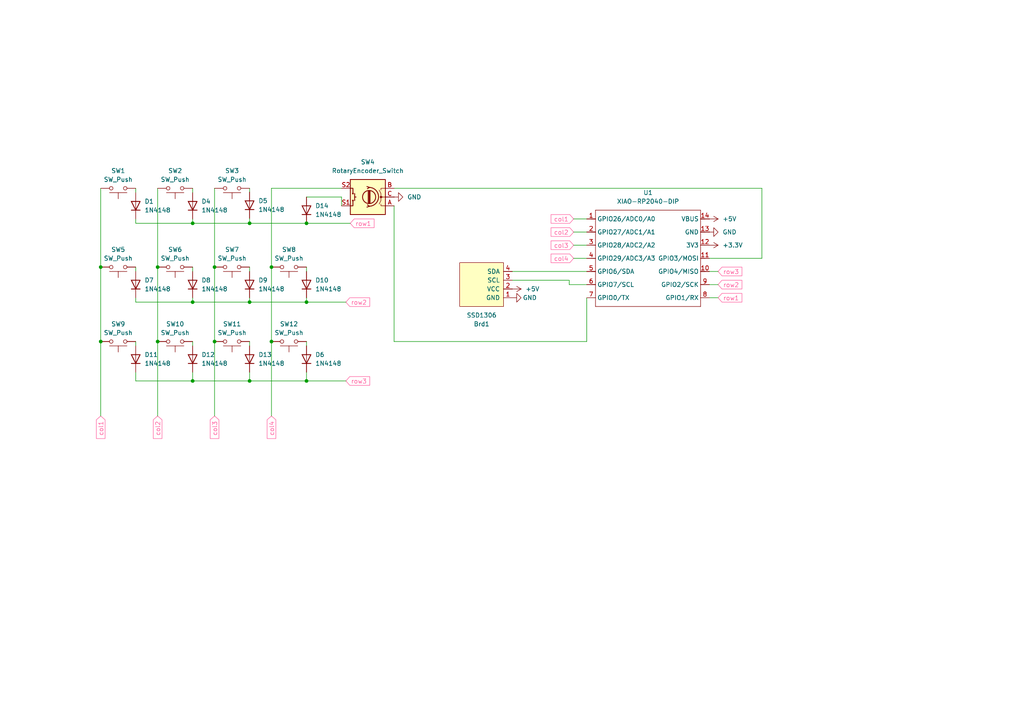
<source format=kicad_sch>
(kicad_sch (version 20231120) (generator "eeschema") (generator_version "8.0")
  (paper "A4")
  (title_block (title "Daamin's ShrekPad"))
  (lib_symbols
    (symbol "+3.3V_1" (power) (pin_numbers hide) (pin_names (offset 0) hide)
      (property "Value" "+3.3V" (at 0 3.556 0))
      (symbol "+3.3V_1_0_1"
        (polyline (pts (xy -0.762 1.27) (xy 0 2.54)))
        (polyline (pts (xy 0 0) (xy 0 2.54)))
        (polyline (pts (xy 0 2.54) (xy 0.762 1.27)))
      )
      (symbol "+3.3V_1_1_1"
        (pin power_in line (at 0 0 90) (length 0) (name "~") (number "1"))
      )
    )
    (symbol "+5V_1" (power) (pin_numbers hide) (pin_names (offset 0) hide)
      (property "Value" "+5V" (at 0 3.556 0))
      (symbol "+5V_1_0_1"
        (polyline (pts (xy -0.762 1.27) (xy 0 2.54)))
        (polyline (pts (xy 0 0) (xy 0 2.54)))
        (polyline (pts (xy 0 2.54) (xy 0.762 1.27)))
      )
      (symbol "+5V_1_1_1"
        (pin power_in line (at 0 0 90) (length 0) (name "~") (number "1"))
      )
    )
    (symbol "Device:RotaryEncoder_Switch" (pin_names (offset 0.254) hide)
      (property "Reference" "SW" (at 0 6.604 0))
      (property "Value" "RotaryEncoder_Switch" (at 0 -6.604 0))
      (symbol "RotaryEncoder_Switch_0_1"
        (rectangle (start -5.08 5.08) (end 5.08 -5.08) (stroke (width 0.254)) (fill (type background)))
        (circle (center -3.81 0) (radius 0.254) (fill (type outline)))
        (circle (center -0.381 0) (radius 1.905) (stroke (width 0.254)))
        (arc (start -0.381 2.667) (mid -3.0988 -0.0635) (end -0.381 -2.794) (stroke (width 0.254)))
        (polyline (pts (xy -0.635 -1.778) (xy -0.635 1.778)) (stroke (width 0.254)))
        (polyline (pts (xy -0.381 -1.778) (xy -0.381 1.778)) (stroke (width 0.254)))
        (polyline (pts (xy -0.127 1.778) (xy -0.127 -1.778)) (stroke (width 0.254)))
        (polyline (pts (xy 3.81 0) (xy 3.429 0)) (stroke (width 0.254)))
        (polyline (pts (xy 3.81 1.016) (xy 3.81 -1.016)) (stroke (width 0.254)))
        (polyline (pts (xy -5.08 -2.54) (xy -3.81 -2.54) (xy -3.81 -2.032)))
        (polyline (pts (xy -5.08 2.54) (xy -3.81 2.54) (xy -3.81 2.032)))
        (polyline (pts (xy 0.254 -3.048) (xy -0.508 -2.794) (xy 0.127 -2.413)) (stroke (width 0.254)))
        (polyline (pts (xy 0.254 2.921) (xy -0.508 2.667) (xy 0.127 2.286)) (stroke (width 0.254)))
        (polyline (pts (xy 5.08 -2.54) (xy 4.318 -2.54) (xy 4.318 -1.016)) (stroke (width 0.254)))
        (polyline (pts (xy 5.08 2.54) (xy 4.318 2.54) (xy 4.318 1.016)) (stroke (width 0.254)))
        (polyline (pts (xy -5.08 0) (xy -3.81 0) (xy -3.81 -1.016) (xy -3.302 -2.032)))
        (polyline (pts (xy -4.318 0) (xy -3.81 0) (xy -3.81 1.016) (xy -3.302 2.032)))
        (circle (center 4.318 -1.016) (radius 0.127) (stroke (width 0.254)))
        (circle (center 4.318 1.016) (radius 0.127) (stroke (width 0.254)))
      )
      (symbol "RotaryEncoder_Switch_1_1"
        (pin passive line (at -7.62 2.54 0) (length 2.54) (name "A") (number "A"))
        (pin passive line (at -7.62 -2.54 0) (length 2.54) (name "B") (number "B"))
        (pin passive line (at -7.62 0 0) (length 2.54) (name "C") (number "C"))
        (pin passive line (at 7.62 2.54 180) (length 2.54) (name "S1") (number "S1"))
        (pin passive line (at 7.62 -2.54 180) (length 2.54) (name "S2") (number "S2"))
      )
    )
    (symbol "Diode:1N4148" (pin_numbers hide) (pin_names hide)
      (property "Reference" "D" (at 0 2.54 0))
      (property "Value" "1N4148" (at 0 -2.54 0))
      (symbol "1N4148_0_1"
        (polyline (pts (xy -1.27 1.27) (xy -1.27 -1.27)) (stroke (width 0.254)))
        (polyline (pts (xy 1.27 0) (xy -1.27 0)))
        (polyline (pts (xy 1.27 1.27) (xy 1.27 -1.27) (xy -1.27 0) (xy 1.27 1.27)) (stroke (width 0.254)))
      )
      (symbol "1N4148_1_1"
        (pin passive line (at -3.81 0 0) (length 2.54) (name "K") (number "1"))
        (pin passive line (at 3.81 0 180) (length 2.54) (name "A") (number "2"))
      )
    )
    (symbol "Switch:SW_Push" (pin_numbers hide) (pin_names (offset 1.016) hide)
      (property "Reference" "SW" (at 1.27 2.54 0))
      (property "Value" "SW_Push" (at 0 -1.524 0))
      (symbol "SW_Push_0_1"
        (circle (center -2.032 0) (radius 0.508))
        (polyline (pts (xy 0 1.27) (xy 0 3.048)))
        (polyline (pts (xy 2.54 1.27) (xy -2.54 1.27)))
        (circle (center 2.032 0) (radius 0.508))
        (pin passive line (at -5.08 0 0) (length 2.54) (name "1") (number "1"))
        (pin passive line (at 5.08 0 180) (length 2.54) (name "2") (number "2"))
      )
    )
    (symbol "opl:XIAO-RP2040-DIP"
      (property "Reference" "U" (at 0 0 0))
      (property "Value" "XIAO-RP2040-DIP" (at 5.334 -1.778 0))
      (symbol "XIAO-RP2040-DIP_1_0"
        (polyline (pts (xy -1.27 -30.48) (xy -1.27 -16.51)) (stroke (width 0.1524)))
        (polyline (pts (xy -1.27 -27.94) (xy -2.54 -27.94)) (stroke (width 0.1524)))
        (polyline (pts (xy -1.27 -24.13) (xy -2.54 -24.13)) (stroke (width 0.1524)))
        (polyline (pts (xy -1.27 -20.32) (xy -2.54 -20.32)) (stroke (width 0.1524)))
        (polyline (pts (xy -1.27 -16.51) (xy -2.54 -16.51)) (stroke (width 0.1524)))
        (polyline (pts (xy -1.27 -16.51) (xy -1.27 -12.7)) (stroke (width 0.1524)))
        (polyline (pts (xy -1.27 -12.7) (xy -2.54 -12.7)) (stroke (width 0.1524)))
        (polyline (pts (xy -1.27 -12.7) (xy -1.27 -8.89)) (stroke (width 0.1524)))
        (polyline (pts (xy -1.27 -8.89) (xy -2.54 -8.89)) (stroke (width 0.1524)))
        (polyline (pts (xy -1.27 -8.89) (xy -1.27 -5.08)) (stroke (width 0.1524)))
        (polyline (pts (xy -1.27 -5.08) (xy -2.54 -5.08)) (stroke (width 0.1524)))
        (polyline (pts (xy -1.27 -5.08) (xy -1.27 -2.54)) (stroke (width 0.1524)))
        (polyline (pts (xy -1.27 -2.54) (xy 29.21 -2.54)) (stroke (width 0.1524)))
        (polyline (pts (xy 29.21 -30.48) (xy -1.27 -30.48)) (stroke (width 0.1524)))
        (polyline (pts (xy 29.21 -12.7) (xy 29.21 -30.48)) (stroke (width 0.1524)))
        (polyline (pts (xy 29.21 -8.89) (xy 29.21 -12.7)) (stroke (width 0.1524)))
        (polyline (pts (xy 29.21 -5.08) (xy 29.21 -8.89)) (stroke (width 0.1524)))
        (polyline (pts (xy 29.21 -2.54) (xy 29.21 -5.08)) (stroke (width 0.1524)))
        (polyline (pts (xy 30.48 -27.94) (xy 29.21 -27.94)) (stroke (width 0.1524)))
        (polyline (pts (xy 30.48 -24.13) (xy 29.21 -24.13)) (stroke (width 0.1524)))
        (polyline (pts (xy 30.48 -20.32) (xy 29.21 -20.32)) (stroke (width 0.1524)))
        (polyline (pts (xy 30.48 -16.51) (xy 29.21 -16.51)) (stroke (width 0.1524)))
        (polyline (pts (xy 30.48 -12.7) (xy 29.21 -12.7)) (stroke (width 0.1524)))
        (polyline (pts (xy 30.48 -8.89) (xy 29.21 -8.89)) (stroke (width 0.1524)))
        (polyline (pts (xy 30.48 -5.08) (xy 29.21 -5.08)) (stroke (width 0.1524)))
        (pin passive line (at -3.81 -5.08 0) (length 2.54) (name "GPIO26/ADC0/A0") (number "1"))
        (pin passive line (at 31.75 -20.32 180) (length 2.54) (name "GPIO4/MISO") (number "10"))
        (pin passive line (at 31.75 -16.51 180) (length 2.54) (name "GPIO3/MOSI") (number "11"))
        (pin passive line (at 31.75 -12.7 180) (length 2.54) (name "3V3") (number "12"))
        (pin passive line (at 31.75 -8.89 180) (length 2.54) (name "GND") (number "13"))
        (pin passive line (at 31.75 -5.08 180) (length 2.54) (name "VBUS") (number "14"))
        (pin passive line (at -3.81 -8.89 0) (length 2.54) (name "GPIO27/ADC1/A1") (number "2"))
        (pin passive line (at -3.81 -12.7 0) (length 2.54) (name "GPIO28/ADC2/A2") (number "3"))
        (pin passive line (at -3.81 -16.51 0) (length 2.54) (name "GPIO29/ADC3/A3") (number "4"))
        (pin passive line (at -3.81 -20.32 0) (length 2.54) (name "GPIO6/SDA") (number "5"))
        (pin passive line (at -3.81 -24.13 0) (length 2.54) (name "GPIO7/SCL") (number "6"))
        (pin passive line (at -3.81 -27.94 0) (length 2.54) (name "GPIO0/TX") (number "7"))
        (pin passive line (at 31.75 -27.94 180) (length 2.54) (name "GPIO1/RX") (number "8"))
        (pin passive line (at 31.75 -24.13 180) (length 2.54) (name "GPIO2/SCK") (number "9"))
      )
    )
    (symbol "power:+5V" (power) (pin_names (offset 0))
      (property "Value" "+5V" (at 0 3.556 0))
      (symbol "+5V_0_1"
        (polyline (pts (xy -0.762 1.27) (xy 0 2.54)))
        (polyline (pts (xy 0 0) (xy 0 2.54)))
        (polyline (pts (xy 0 2.54) (xy 0.762 1.27)))
      )
      (symbol "+5V_1_1"
        (pin power_in line (at 0 0 90) (length 0) hide (name "+5V") (number "1"))
      )
    )
    (symbol "power:GND" (power) (pin_numbers hide) (pin_names (offset 0) hide)
      (property "Value" "GND" (at 0 -3.81 0))
      (symbol "GND_0_1"
        (polyline (pts (xy 0 0) (xy 0 -1.27) (xy 1.27 -1.27) (xy 0 -2.54) (xy -1.27 -1.27) (xy 0 -1.27)))
      )
      (symbol "GND_1_1"
        (pin power_in line (at 0 0 270) (length 0) (name "~") (number "1"))
      )
    )
    (symbol "screen:SSD1306" (pin_names (offset 1.016))
      (property "Reference" "Brd" (at 0 -3.81 0))
      (property "Value" "SSD1306" (at 0 -1.27 0))
      (symbol "SSD1306_0_1"
        (rectangle (start -6.35 6.35) (end 6.35 -6.35) (fill (type background)))
      )
      (symbol "SSD1306_1_1"
        (pin input line (at -3.81 8.89 270) (length 2.54) (name "GND") (number "1"))
        (pin input line (at -1.27 8.89 270) (length 2.54) (name "VCC") (number "2"))
        (pin input line (at 1.27 8.89 270) (length 2.54) (name "SCL") (number "3"))
        (pin input line (at 3.81 8.89 270) (length 2.54) (name "SDA") (number "4"))
      )
    )
  )
  (junction (at 45.72 99.06))
  (junction (at 72.39 87.63))
  (junction (at 78.74 99.06))
  (junction (at 88.9 64.77))
  (junction (at 55.88 64.77))
  (junction (at 45.72 77.47))
  (junction (at 88.9 87.63))
  (junction (at 29.21 77.47))
  (junction (at 88.9 110.49))
  (junction (at 72.39 64.77))
  (junction (at 29.21 99.06))
  (junction (at 62.23 77.47))
  (junction (at 62.23 99.06))
  (junction (at 72.39 110.49))
  (junction (at 55.88 110.49))
  (junction (at 55.88 87.63))
  (junction (at 78.74 77.47))
  (wire (pts (xy 166.37 63.5) (xy 170.18 63.5)))
  (wire (pts (xy 99.06 57.15) (xy 99.06 59.69)))
  (wire (pts (xy 39.37 64.77) (xy 55.88 64.77)))
  (wire (pts (xy 72.39 87.63) (xy 88.9 87.63)))
  (wire (pts (xy 62.23 54.61) (xy 62.23 77.47)))
  (wire (pts (xy 88.9 64.77) (xy 101.6 64.77)))
  (wire (pts (xy 39.37 63.5) (xy 39.37 64.77)))
  (wire (pts (xy 72.39 107.95) (xy 72.39 110.49)))
  (wire (pts (xy 72.39 110.49) (xy 88.9 110.49)))
  (wire (pts (xy 55.88 86.36) (xy 55.88 87.63)))
  (wire (pts (xy 55.88 77.47) (xy 55.88 78.74)))
  (wire (pts (xy 78.74 99.06) (xy 78.74 120.65)))
  (wire (pts (xy 78.74 54.61) (xy 99.06 54.61)))
  (wire (pts (xy 88.9 77.47) (xy 88.9 78.74)))
  (wire (pts (xy 39.37 77.47) (xy 39.37 78.74)))
  (wire (pts (xy 72.39 86.36) (xy 72.39 87.63)))
  (wire (pts (xy 39.37 107.95) (xy 39.37 110.49)))
  (wire (pts (xy 29.21 54.61) (xy 29.21 77.47)))
  (wire (pts (xy 72.39 55.7083) (xy 72.39 54.61)))
  (wire (pts (xy 166.37 74.93) (xy 170.18 74.93)))
  (wire (pts (xy 208.28 82.55) (xy 205.74 82.55)))
  (wire (pts (xy 220.98 54.61) (xy 220.98 74.93)))
  (wire (pts (xy 55.88 110.49) (xy 72.39 110.49)))
  (wire (pts (xy 72.39 99.06) (xy 72.39 100.33)))
  (wire (pts (xy 78.74 54.61) (xy 78.74 77.47)))
  (wire (pts (xy 39.37 54.61) (xy 39.37 55.88)))
  (wire (pts (xy 88.9 100.33) (xy 88.9 99.06)))
  (wire (pts (xy 114.3 99.06) (xy 114.3 59.69)))
  (wire (pts (xy 62.23 77.47) (xy 62.23 99.06)))
  (wire (pts (xy 55.88 64.77) (xy 55.88 63.5)))
  (wire (pts (xy 62.23 99.06) (xy 62.23 120.65)))
  (wire (pts (xy 45.72 77.47) (xy 45.72 99.06)))
  (wire (pts (xy 170.18 82.55) (xy 165.1 82.55)))
  (wire (pts (xy 205.74 86.36) (xy 208.28 86.36)))
  (wire (pts (xy 88.9 110.49) (xy 100.33 110.49)))
  (wire (pts (xy 208.28 78.74) (xy 205.74 78.74)))
  (wire (pts (xy 72.39 77.47) (xy 72.39 78.74)))
  (wire (pts (xy 170.18 99.06) (xy 114.3 99.06)))
  (wire (pts (xy 78.74 77.47) (xy 78.74 99.06)))
  (wire (pts (xy 148.59 78.74) (xy 170.18 78.74)))
  (wire (pts (xy 166.37 71.12) (xy 170.18 71.12)))
  (wire (pts (xy 55.88 87.63) (xy 72.39 87.63)))
  (wire (pts (xy 220.98 74.93) (xy 205.74 74.93)))
  (wire (pts (xy 170.18 99.06) (xy 170.18 86.36)))
  (wire (pts (xy 55.88 99.06) (xy 55.88 100.33)))
  (wire (pts (xy 72.39 64.77) (xy 88.9 64.77)))
  (wire (pts (xy 88.9 87.63) (xy 100.33 87.63)))
  (wire (pts (xy 39.37 99.06) (xy 39.37 100.33)))
  (wire (pts (xy 45.72 99.06) (xy 45.72 120.65)))
  (wire (pts (xy 39.37 87.63) (xy 55.88 87.63)))
  (wire (pts (xy 165.1 82.55) (xy 165.1 81.28)))
  (wire (pts (xy 55.88 64.77) (xy 72.39 64.77)))
  (wire (pts (xy 88.9 107.95) (xy 88.9 110.49)))
  (wire (pts (xy 39.37 110.49) (xy 55.88 110.49)))
  (wire (pts (xy 166.37 67.31) (xy 170.18 67.31)))
  (wire (pts (xy 55.88 107.95) (xy 55.88 110.49)))
  (wire (pts (xy 88.9 86.36) (xy 88.9 87.63)))
  (wire (pts (xy 72.39 64.77) (xy 72.39 63.3283)))
  (wire (pts (xy 29.21 77.47) (xy 29.21 99.06)))
  (wire (pts (xy 55.88 55.88) (xy 55.88 54.61)))
  (wire (pts (xy 88.9 57.15) (xy 99.06 57.15)))
  (wire (pts (xy 45.72 54.61) (xy 45.72 77.47)))
  (wire (pts (xy 29.21 99.06) (xy 29.21 120.65)))
  (wire (pts (xy 39.37 86.36) (xy 39.37 87.63)))
  (wire (pts (xy 148.59 81.28) (xy 165.1 81.28)))
  (wire (pts (xy 220.98 54.61) (xy 114.3 54.61)))
  (global_label "col3" (shape input) (at 166.37 71.12 180) (property "Intersheetrefs" "${INTERSHEET_REFS}" (effects (hide yes))))
  (global_label "col2" (shape input) (at 166.37 67.31 180) (property "Intersheetrefs" "${INTERSHEET_REFS}" (effects (hide yes))))
  (global_label "row2" (shape input) (at 208.28 82.55 0) (property "Intersheetrefs" "${INTERSHEET_REFS}" (effects (hide yes))))
  (global_label "col1" (shape input) (at 29.21 120.65 270) (property "Intersheetrefs" "${INTERSHEET_REFS}" (effects (hide yes))))
  (global_label "row1" (shape input) (at 208.28 86.36 0) (property "Intersheetrefs" "${INTERSHEET_REFS}" (effects (hide yes))))
  (global_label "col4" (shape input) (at 78.74 120.65 270) (property "Intersheetrefs" "${INTERSHEET_REFS}" (effects (hide yes))))
  (global_label "col3" (shape input) (at 62.23 120.65 270) (property "Intersheetrefs" "${INTERSHEET_REFS}" (effects (hide yes))))
  (global_label "row3" (shape input) (at 100.33 110.49 0) (property "Intersheetrefs" "${INTERSHEET_REFS}" (effects (hide yes))))
  (global_label "col2" (shape input) (at 45.72 120.65 270) (property "Intersheetrefs" "${INTERSHEET_REFS}" (effects (hide yes))))
  (global_label "col4" (shape input) (at 166.37 74.93 180) (property "Intersheetrefs" "${INTERSHEET_REFS}" (effects (hide yes))))
  (global_label "row3" (shape input) (at 208.28 78.74 0) (property "Intersheetrefs" "${INTERSHEET_REFS}" (effects (hide yes))))
  (global_label "row1" (shape input) (at 101.6 64.77 0) (property "Intersheetrefs" "${INTERSHEET_REFS}" (effects (hide yes))))
  (global_label "col1" (shape input) (at 166.37 63.5 180) (property "Intersheetrefs" "${INTERSHEET_REFS}" (effects (hide yes))))
  (global_label "row2" (shape input) (at 100.33 87.63 0) (property "Intersheetrefs" "${INTERSHEET_REFS}" (effects (hide yes))))
  (symbol (lib_id "Device:RotaryEncoder_Switch") (at 106.68 57.15 180) (unit 1)
    (property "Reference" "SW4" (at 106.68 46.99 0))
    (property "Value" "RotaryEncoder_Switch" (at 106.68 49.53 0))
    (property "Footprint" "Rotary_Encoder:RotaryEncoder_Alps_EC11E-Switch_Vertical_H20mm_CircularMountingHoles" (effects (hide yes)))
    (property "Description" "Rotary encoder, dual channel, incremental quadrate outputs, with switch" (effects (hide yes)))
  )
  (symbol (lib_id "Switch:SW_Push") (at 50.8 54.61 0) (mirror x) (unit 1)
    (property "Reference" "SW2" (at 50.8 49.53 0))
    (property "Value" "SW_Push" (at 50.8 52.07 0))
    (property "Footprint" "Button_Switch_Keyboard:SW_Cherry_MX_1.00u_PCB" (effects (hide yes)))
    (property "Description" "Push button switch, generic, two pins" (effects (hide yes)))
  )
  (symbol (lib_id "Switch:SW_Push") (at 67.31 99.06 0) (mirror x) (unit 1)
    (property "Reference" "SW11" (at 67.31 93.98 0))
    (property "Value" "SW_Push" (at 67.31 96.52 0))
    (property "Footprint" "Button_Switch_Keyboard:SW_Cherry_MX_1.00u_PCB" (effects (hide yes)))
    (property "Description" "Push button switch, generic, two pins" (effects (hide yes)))
  )
  (symbol (lib_id "Diode:1N4148") (at 88.9 104.14 90) (unit 1)
    (property "Reference" "D6" (at 91.44 102.8699 90) (effects (justify right)))
    (property "Value" "1N4148" (at 91.44 105.4099 90) (effects (justify right)))
    (property "Footprint" "Diode_THT:D_DO-35_SOD27_P7.62mm_Horizontal" (effects (hide yes)))
    (property "Datasheet" "https://assets.nexperia.com/documents/data-sheet/1N4148_1N4448.pdf" (effects (hide yes)))
    (property "Description" "100V 0.15A standard switching diode, DO-35" (effects (hide yes)))
    (property "Sim.Device" "D" (effects (hide yes)))
    (property "Sim.Pins" "1=K 2=A" (effects (hide yes)))
  )
  (symbol (lib_id "Diode:1N4148") (at 55.88 104.14 90) (unit 1)
    (property "Reference" "D12" (at 58.42 102.8699 90) (effects (justify right)))
    (property "Value" "1N4148" (at 58.42 105.4099 90) (effects (justify right)))
    (property "Footprint" "Diode_THT:D_DO-35_SOD27_P7.62mm_Horizontal" (effects (hide yes)))
    (property "Datasheet" "https://assets.nexperia.com/documents/data-sheet/1N4148_1N4448.pdf" (effects (hide yes)))
    (property "Description" "100V 0.15A standard switching diode, DO-35" (effects (hide yes)))
    (property "Sim.Device" "D" (effects (hide yes)))
    (property "Sim.Pins" "1=K 2=A" (effects (hide yes)))
  )
  (symbol (lib_id "Switch:SW_Push") (at 50.8 77.47 0) (mirror x) (unit 1)
    (property "Reference" "SW6" (at 50.8 72.39 0))
    (property "Value" "SW_Push" (at 50.8 74.93 0))
    (property "Footprint" "Button_Switch_Keyboard:SW_Cherry_MX_1.00u_PCB" (effects (hide yes)))
    (property "Description" "Push button switch, generic, two pins" (effects (hide yes)))
  )
  (symbol (lib_id "Diode:1N4148") (at 39.37 104.14 90) (unit 1)
    (property "Reference" "D11" (at 41.91 102.8699 90) (effects (justify right)))
    (property "Value" "1N4148" (at 41.91 105.4099 90) (effects (justify right)))
    (property "Footprint" "Diode_THT:D_DO-35_SOD27_P7.62mm_Horizontal" (effects (hide yes)))
    (property "Datasheet" "https://assets.nexperia.com/documents/data-sheet/1N4148_1N4448.pdf" (effects (hide yes)))
    (property "Description" "100V 0.15A standard switching diode, DO-35" (effects (hide yes)))
    (property "Sim.Device" "D" (effects (hide yes)))
    (property "Sim.Pins" "1=K 2=A" (effects (hide yes)))
  )
  (symbol (lib_id "Switch:SW_Push") (at 34.29 54.61 0) (mirror x) (unit 1)
    (property "Reference" "SW1" (at 34.29 49.53 0))
    (property "Value" "SW_Push" (at 34.29 52.07 0))
    (property "Footprint" "Button_Switch_Keyboard:SW_Cherry_MX_1.00u_PCB" (effects (hide yes)))
    (property "Description" "Push button switch, generic, two pins" (effects (hide yes)))
  )
  (symbol (lib_id "Switch:SW_Push") (at 50.8 99.06 0) (mirror x) (unit 1)
    (property "Reference" "SW10" (at 50.8 93.98 0))
    (property "Value" "SW_Push" (at 50.8 96.52 0))
    (property "Footprint" "Button_Switch_Keyboard:SW_Cherry_MX_1.00u_PCB" (effects (hide yes)))
    (property "Description" "Push button switch, generic, two pins" (effects (hide yes)))
  )
  (symbol (lib_id "Diode:1N4148") (at 72.39 59.5183 90) (unit 1)
    (property "Reference" "D5" (at 74.93 58.2482 90) (effects (justify right)))
    (property "Value" "1N4148" (at 74.93 60.7882 90) (effects (justify right)))
    (property "Footprint" "Diode_THT:D_DO-35_SOD27_P7.62mm_Horizontal" (effects (hide yes)))
    (property "Datasheet" "https://assets.nexperia.com/documents/data-sheet/1N4148_1N4448.pdf" (effects (hide yes)))
    (property "Description" "100V 0.15A standard switching diode, DO-35" (effects (hide yes)))
    (property "Sim.Device" "D" (effects (hide yes)))
    (property "Sim.Pins" "1=K 2=A" (effects (hide yes)))
  )
  (symbol (lib_id "Diode:1N4148") (at 55.88 82.55 90) (unit 1)
    (property "Reference" "D8" (at 58.42 81.2799 90) (effects (justify right)))
    (property "Value" "1N4148" (at 58.42 83.8199 90) (effects (justify right)))
    (property "Footprint" "Diode_THT:D_DO-35_SOD27_P7.62mm_Horizontal" (effects (hide yes)))
    (property "Datasheet" "https://assets.nexperia.com/documents/data-sheet/1N4148_1N4448.pdf" (effects (hide yes)))
    (property "Description" "100V 0.15A standard switching diode, DO-35" (effects (hide yes)))
    (property "Sim.Device" "D" (effects (hide yes)))
    (property "Sim.Pins" "1=K 2=A" (effects (hide yes)))
  )
  (symbol (lib_name "+3.3V_1") (lib_id "power:+3.3V") (at 205.74 71.12 270) (unit 1)
    (property "Reference" "#PWR09" (effects (hide yes)))
    (property "Value" "+3.3V" (at 209.55 71.1199 90) (effects (justify left)))
    (property "Description" "Power symbol creates a global label with name \"+3.3V\"" (effects (hide yes)))
  )
  (symbol (lib_id "Diode:1N4148") (at 88.9 82.55 90) (unit 1)
    (property "Reference" "D10" (at 91.44 81.2799 90) (effects (justify right)))
    (property "Value" "1N4148" (at 91.44 83.8199 90) (effects (justify right)))
    (property "Footprint" "Diode_THT:D_DO-35_SOD27_P7.62mm_Horizontal" (effects (hide yes)))
    (property "Datasheet" "https://assets.nexperia.com/documents/data-sheet/1N4148_1N4448.pdf" (effects (hide yes)))
    (property "Description" "100V 0.15A standard switching diode, DO-35" (effects (hide yes)))
    (property "Sim.Device" "D" (effects (hide yes)))
    (property "Sim.Pins" "1=K 2=A" (effects (hide yes)))
  )
  (symbol (lib_id "Switch:SW_Push") (at 83.82 99.06 0) (mirror x) (unit 1)
    (property "Reference" "SW12" (at 83.82 93.98 0))
    (property "Value" "SW_Push" (at 83.82 96.52 0))
    (property "Footprint" "Button_Switch_Keyboard:SW_Cherry_MX_1.00u_PCB" (effects (hide yes)))
    (property "Description" "Push button switch, generic, two pins" (effects (hide yes)))
  )
  (symbol (lib_id "Diode:1N4148") (at 72.39 104.14 90) (unit 1)
    (property "Reference" "D13" (at 74.93 102.8699 90) (effects (justify right)))
    (property "Value" "1N4148" (at 74.93 105.4099 90) (effects (justify right)))
    (property "Footprint" "Diode_THT:D_DO-35_SOD27_P7.62mm_Horizontal" (effects (hide yes)))
    (property "Datasheet" "https://assets.nexperia.com/documents/data-sheet/1N4148_1N4448.pdf" (effects (hide yes)))
    (property "Description" "100V 0.15A standard switching diode, DO-35" (effects (hide yes)))
    (property "Sim.Device" "D" (effects (hide yes)))
    (property "Sim.Pins" "1=K 2=A" (effects (hide yes)))
  )
  (symbol (lib_id "Diode:1N4148") (at 72.39 82.55 90) (unit 1)
    (property "Reference" "D9" (at 74.93 81.2799 90) (effects (justify right)))
    (property "Value" "1N4148" (at 74.93 83.8199 90) (effects (justify right)))
    (property "Footprint" "Diode_THT:D_DO-35_SOD27_P7.62mm_Horizontal" (effects (hide yes)))
    (property "Datasheet" "https://assets.nexperia.com/documents/data-sheet/1N4148_1N4448.pdf" (effects (hide yes)))
    (property "Description" "100V 0.15A standard switching diode, DO-35" (effects (hide yes)))
    (property "Sim.Device" "D" (effects (hide yes)))
    (property "Sim.Pins" "1=K 2=A" (effects (hide yes)))
  )
  (symbol (lib_id "screen:SSD1306") (at 139.7 82.55 270) (mirror x) (unit 1)
    (property "Reference" "Brd1" (at 139.7 93.98 90))
    (property "Value" "SSD1306" (at 139.7 91.44 90))
    (property "Footprint" "oled:128x64OLED" (effects (hide yes)))
  )
  (symbol (lib_id "Switch:SW_Push") (at 67.31 54.61 0) (mirror x) (unit 1)
    (property "Reference" "SW3" (at 67.31 49.53 0))
    (property "Value" "SW_Push" (at 67.31 52.07 0))
    (property "Footprint" "Button_Switch_Keyboard:SW_Cherry_MX_1.00u_PCB" (effects (hide yes)))
    (property "Description" "Push button switch, generic, two pins" (effects (hide yes)))
  )
  (symbol (lib_id "power:GND") (at 114.3 57.15 90) (unit 1)
    (property "Reference" "#PWR01" (effects (hide yes)))
    (property "Value" "GND" (at 118.11 57.1499 90) (effects (justify right)))
    (property "Description" "Power symbol creates a global label with name \"GND\" , ground" (effects (hide yes)))
  )
  (symbol (lib_id "power:+5V") (at 148.59 83.82 270) (unit 1)
    (property "Reference" "#PWR06" (effects (hide yes)))
    (property "Value" "+5V" (at 152.4 83.82 90) (effects (justify left)))
  )
  (symbol (lib_name "+5V_1") (lib_id "power:+5V") (at 205.74 63.5 270) (unit 1)
    (property "Reference" "#PWR04" (effects (hide yes)))
    (property "Value" "+5V" (at 209.55 63.4999 90) (effects (justify left)))
    (property "Description" "Power symbol creates a global label with name \"+5V\"" (effects (hide yes)))
  )
  (symbol (lib_id "Switch:SW_Push") (at 83.82 77.47 0) (mirror x) (unit 1)
    (property "Reference" "SW8" (at 83.82 72.39 0))
    (property "Value" "SW_Push" (at 83.82 74.93 0))
    (property "Footprint" "Button_Switch_Keyboard:SW_Cherry_MX_1.00u_PCB" (effects (hide yes)))
    (property "Description" "Push button switch, generic, two pins" (effects (hide yes)))
  )
  (symbol (lib_id "power:GND") (at 148.59 86.36 90) (unit 1)
    (property "Reference" "#PWR07" (effects (hide yes)))
    (property "Value" "GND" (at 153.67 86.36 90))
  )
  (symbol (lib_id "Diode:1N4148") (at 55.88 59.69 90) (unit 1)
    (property "Reference" "D4" (at 58.42 58.4199 90) (effects (justify right)))
    (property "Value" "1N4148" (at 58.42 60.9599 90) (effects (justify right)))
    (property "Footprint" "Diode_THT:D_DO-35_SOD27_P7.62mm_Horizontal" (effects (hide yes)))
    (property "Datasheet" "https://assets.nexperia.com/documents/data-sheet/1N4148_1N4448.pdf" (effects (hide yes)))
    (property "Description" "100V 0.15A standard switching diode, DO-35" (effects (hide yes)))
    (property "Sim.Device" "D" (effects (hide yes)))
    (property "Sim.Pins" "1=K 2=A" (effects (hide yes)))
  )
  (symbol (lib_id "opl:XIAO-RP2040-DIP") (at 173.99 58.42 0) (unit 1)
    (property "Reference" "U1" (at 187.96 55.88 0))
    (property "Value" "XIAO-RP2040-DIP" (at 187.96 58.42 0))
    (property "Footprint" "opl:XIAO-RP2040-DIP" (effects (hide yes)))
  )
  (symbol (lib_id "Switch:SW_Push") (at 34.29 99.06 0) (mirror x) (unit 1)
    (property "Reference" "SW9" (at 34.29 93.98 0))
    (property "Value" "SW_Push" (at 34.29 96.52 0))
    (property "Footprint" "Button_Switch_Keyboard:SW_Cherry_MX_1.00u_PCB" (effects (hide yes)))
    (property "Description" "Push button switch, generic, two pins" (effects (hide yes)))
  )
  (symbol (lib_id "Diode:1N4148") (at 88.9 60.96 90) (unit 1)
    (property "Reference" "D14" (at 91.44 59.6899 90) (effects (justify right)))
    (property "Value" "1N4148" (at 91.44 62.2299 90) (effects (justify right)))
    (property "Footprint" "Diode_THT:D_DO-35_SOD27_P7.62mm_Horizontal" (effects (hide yes)))
    (property "Datasheet" "https://assets.nexperia.com/documents/data-sheet/1N4148_1N4448.pdf" (effects (hide yes)))
    (property "Description" "100V 0.15A standard switching diode, DO-35" (effects (hide yes)))
    (property "Sim.Device" "D" (effects (hide yes)))
    (property "Sim.Pins" "1=K 2=A" (effects (hide yes)))
  )
  (symbol (lib_id "power:GND") (at 205.74 67.31 90) (unit 1)
    (property "Reference" "#PWR05" (effects (hide yes)))
    (property "Value" "GND" (at 209.55 67.3099 90) (effects (justify right)))
    (property "Description" "Power symbol creates a global label with name \"GND\" , ground" (effects (hide yes)))
  )
  (symbol (lib_id "Switch:SW_Push") (at 34.29 77.47 0) (mirror x) (unit 1)
    (property "Reference" "SW5" (at 34.29 72.39 0))
    (property "Value" "SW_Push" (at 34.29 74.93 0))
    (property "Footprint" "Button_Switch_Keyboard:SW_Cherry_MX_1.00u_PCB" (effects (hide yes)))
    (property "Description" "Push button switch, generic, two pins" (effects (hide yes)))
  )
  (symbol (lib_id "Diode:1N4148") (at 39.37 82.55 90) (unit 1)
    (property "Reference" "D7" (at 41.91 81.2799 90) (effects (justify right)))
    (property "Value" "1N4148" (at 41.91 83.8199 90) (effects (justify right)))
    (property "Footprint" "Diode_THT:D_DO-35_SOD27_P7.62mm_Horizontal" (effects (hide yes)))
    (property "Datasheet" "https://assets.nexperia.com/documents/data-sheet/1N4148_1N4448.pdf" (effects (hide yes)))
    (property "Description" "100V 0.15A standard switching diode, DO-35" (effects (hide yes)))
    (property "Sim.Device" "D" (effects (hide yes)))
    (property "Sim.Pins" "1=K 2=A" (effects (hide yes)))
  )
  (symbol (lib_id "Diode:1N4148") (at 39.37 59.69 90) (unit 1)
    (property "Reference" "D1" (at 41.91 58.4199 90) (effects (justify right)))
    (property "Value" "1N4148" (at 41.91 60.9599 90) (effects (justify right)))
    (property "Footprint" "Diode_THT:D_DO-35_SOD27_P7.62mm_Horizontal" (effects (hide yes)))
    (property "Datasheet" "https://assets.nexperia.com/documents/data-sheet/1N4148_1N4448.pdf" (effects (hide yes)))
    (property "Description" "100V 0.15A standard switching diode, DO-35" (effects (hide yes)))
    (property "Sim.Device" "D" (effects (hide yes)))
    (property "Sim.Pins" "1=K 2=A" (effects (hide yes)))
  )
  (symbol (lib_id "Switch:SW_Push") (at 67.31 77.47 0) (mirror x) (unit 1)
    (property "Reference" "SW7" (at 67.31 72.39 0))
    (property "Value" "SW_Push" (at 67.31 74.93 0))
    (property "Footprint" "Button_Switch_Keyboard:SW_Cherry_MX_1.00u_PCB" (effects (hide yes)))
    (property "Description" "Push button switch, generic, two pins" (effects (hide yes)))
  )
)
</source>
